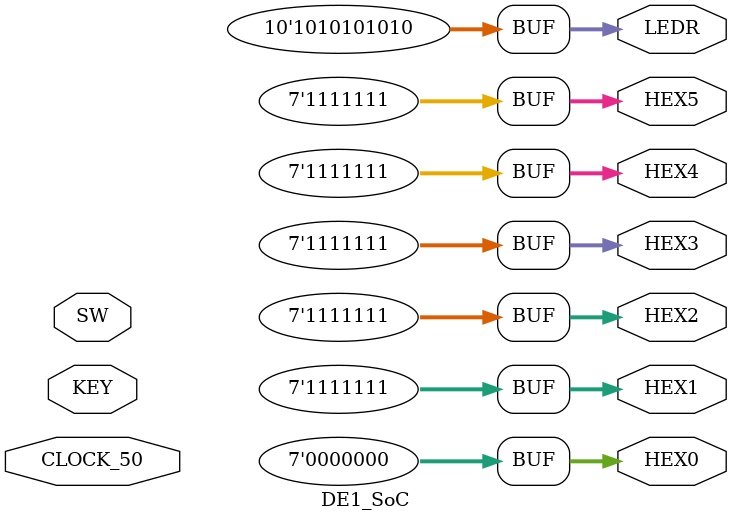
<source format=sv>
module DE1_SoC (HEX0, HEX1, HEX2, HEX3, HEX4, HEX5, KEY, LEDR, SW, CLOCK_50);
	output [6:0] HEX0, HEX1, HEX2, HEX3, HEX4, HEX5;
	output [9:0] LEDR;
	input [3:0] KEY;
	input [9:0] SW;
	input CLOCK_50; // 50MHz clock.
			
	assign HEX5 = 7'b1111111;
	assign HEX4 = 7'b1111111;
	assign HEX3 = 7'b1111111;
	assign HEX2 = 7'b1111111;
	assign HEX1 = 7'b1111111;
	assign HEX0 = 7'b0000000;
	
	assign LEDR = 10'b1010101010;
endmodule 

</source>
